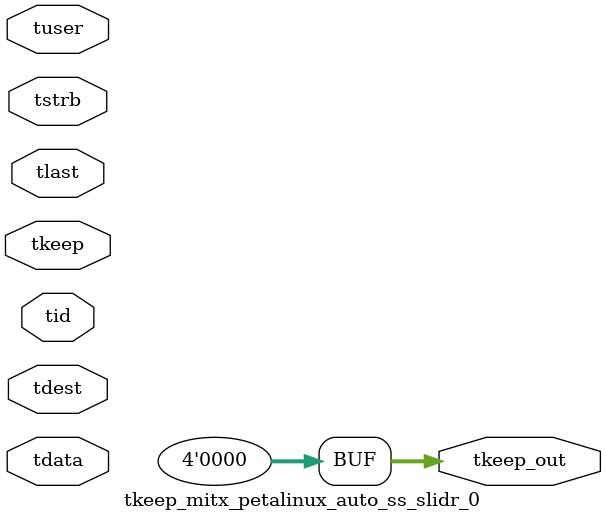
<source format=v>


`timescale 1ps/1ps

module tkeep_mitx_petalinux_auto_ss_slidr_0 #
(
parameter C_S_AXIS_TDATA_WIDTH = 32,
parameter C_S_AXIS_TUSER_WIDTH = 0,
parameter C_S_AXIS_TID_WIDTH   = 0,
parameter C_S_AXIS_TDEST_WIDTH = 0,
parameter C_M_AXIS_TDATA_WIDTH = 32
)
(
input  [(C_S_AXIS_TDATA_WIDTH == 0 ? 1 : C_S_AXIS_TDATA_WIDTH)-1:0     ] tdata,
input  [(C_S_AXIS_TUSER_WIDTH == 0 ? 1 : C_S_AXIS_TUSER_WIDTH)-1:0     ] tuser,
input  [(C_S_AXIS_TID_WIDTH   == 0 ? 1 : C_S_AXIS_TID_WIDTH)-1:0       ] tid,
input  [(C_S_AXIS_TDEST_WIDTH == 0 ? 1 : C_S_AXIS_TDEST_WIDTH)-1:0     ] tdest,
input  [(C_S_AXIS_TDATA_WIDTH/8)-1:0 ] tkeep,
input  [(C_S_AXIS_TDATA_WIDTH/8)-1:0 ] tstrb,
input                                                                    tlast,
output [(C_M_AXIS_TDATA_WIDTH/8)-1:0 ] tkeep_out
);

assign tkeep_out = {1'b0};

endmodule


</source>
